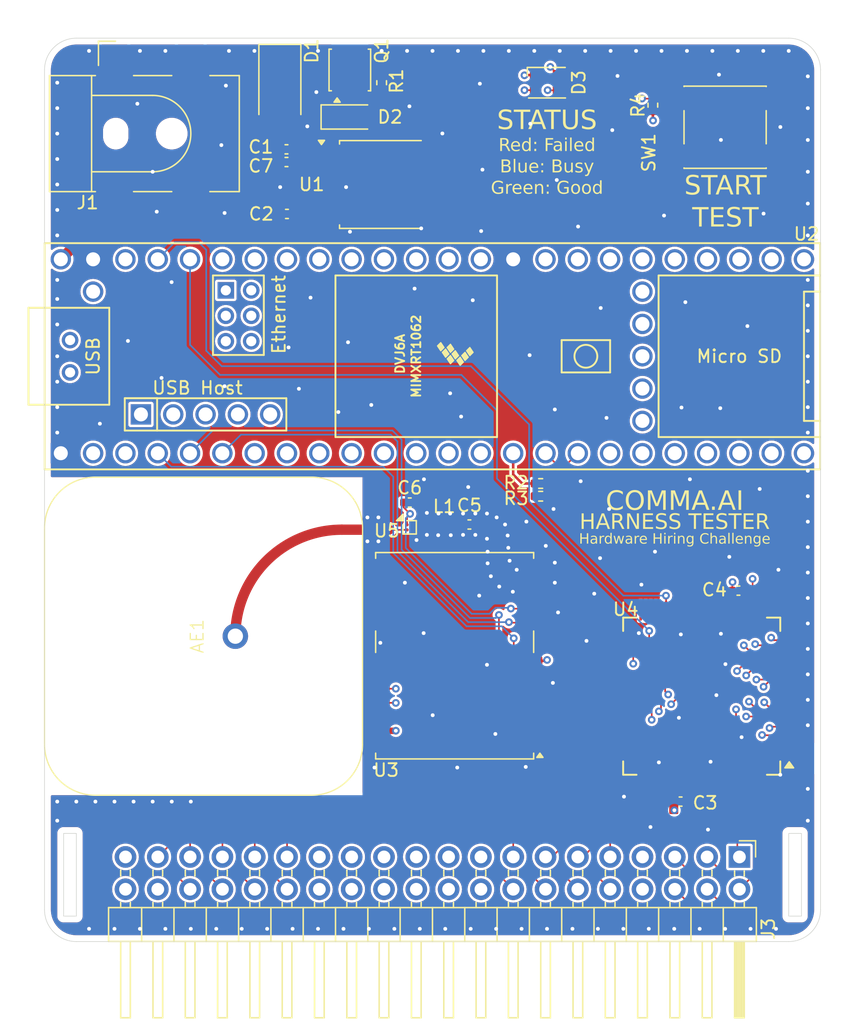
<source format=kicad_pcb>
(kicad_pcb (version 20240108) (generator "pcbnew") (generator_version "8.0")
  (title_block (title "Hardware Hiring Challenge") (date "2024-05-23") (rev "A"))
  (layers (0 "F.Cu" signal) (1 "In1.Cu" signal) (2 "In2.Cu" signal) (31 "B.Cu" signal) (34 "B.Paste" user) (35 "F.Paste" user) (36 "B.SilkS" user "B.Silkscreen") (37 "F.SilkS" user "F.Silkscreen") (38 "B.Mask" user) (39 "F.Mask" user) (44 "Edge.Cuts" user))
  (net 0 "")
  (net 1 "Net-(AE1-A)")
  (net 2 "GND")
  (net 3 "+12V")
  (net 4 "+5V")
  (net 5 "+3.3V")
  (net 6 "Net-(U3-RF_IN)")
  (net 7 "Net-(C5-Pad2)")
  (net 8 "Net-(U3-VCC_RF)")
  (net 9 "Net-(D1-A1)")
  (net 10 "Net-(D2-A)")
  (net 11 "LED_R")
  (net 12 "LED_G")
  (net 13 "LED_B")
  (net 14 "CBL_36")
  (net 15 "CBL_22")
  (net 16 "CBL_9")
  (net 17 "CBL_10")
  (net 18 "CBL_24")
  (net 19 "CBL_13")
  (net 20 "CBL_20")
  (net 21 "CBL_35")
  (net 22 "CBL_4")
  (net 23 "CBL_32")
  (net 24 "CBL_38")
  (net 25 "CBL_28")
  (net 26 "CBL_0")
  (net 27 "CBL_39")
  (net 28 "CBL_5")
  (net 29 "CBL_7")
  (net 30 "CBL_17")
  (net 31 "CBL_21")
  (net 32 "CBL_34")
  (net 33 "CBL_15")
  (net 34 "CBL_8")
  (net 35 "CBL_29")
  (net 36 "CBL_31")
  (net 37 "CBL_37")
  (net 38 "CBL_25")
  (net 39 "CBL_27")
  (net 40 "CBL_18")
  (net 41 "CBL_19")
  (net 42 "CBL_14")
  (net 43 "CBL_16")
  (net 44 "CBL_3")
  (net 45 "CBL_33")
  (net 46 "CBL_23")
  (net 47 "CBL_30")
  (net 48 "CBL_1")
  (net 49 "CBL_12")
  (net 50 "CBL_2")
  (net 51 "CBL_26")
  (net 52 "CBL_6")
  (net 53 "CBL_11")
  (net 54 "Net-(L1-Pad2)")
  (net 55 "CY_SCL")
  (net 56 "CY_SDA")
  (net 57 "BTN_TEST")
  (net 60 "UBX-TIMEPULSE")
  (net 64 "UBX-RXD")
  (net 69 "UBX-RST_N")
  (net 74 "UBX-TXD")
  (net 107 "UBX-SAFEBOOT")
  (net 135 "CY_RST_N")
  (net 140 "CY_INT")
  (footprint "Capacitor_SMD:C_0402_1005Metric" (layer "F.Cu") (at 138.557 43.815 180)
    (property "Reference" "C2")
    (property "Value" "100n")
  )
  (footprint "Capacitor_SMD:C_0402_1005Metric" (layer "F.Cu") (at 148.209 66.4972)
    (property "Reference" "C6")
    (property "Value" "1n")
  )
  (footprint "LED_SMD:LED_ASMB-KTF0-0A306" (layer "F.Cu") (at 159 33.5)
    (property "Reference" "D3")
    (property "Value" "ASMB-KTF0-0A306")
  )
  (footprint "Capacitor_SMD:C_0402_1005Metric" (layer "F.Cu") (at 138.52 39.735 180)
    (property "Reference" "C7")
    (property "Value" "10u")
  )
  (footprint "Diode_SMD:D_SMA" (layer "F.Cu") (at 138 34 -90)
    (property "Reference" "D1")
    (property "Value" "SMAJ16A")
  )
  (footprint "Package_SO:Vishay_PowerPAK_1212-8_Single" (layer "F.Cu") (at 143.5 32.5 90)
    (property "Reference" "Q1")
    (property "Value" "SiSS27DN")
  )
  (footprint "Capacitor_SMD:C_0402_1005Metric" (layer "F.Cu") (at 152.8984 68.222 180)
    (property "Reference" "C5")
    (property "Value" "100n")
  )
  (footprint "Button_Switch_SMD:SW_SPST_PTS645" (layer "F.Cu") (at 173 37 180)
    (property "Reference" "SW1")
    (property "Value" "TEST BUTTON")
  )
  (footprint "gnss:ANT-GNSSCP-TH25L1" (layer "F.Cu") (at 132 77 90)
    (property "Reference" "AE1")
    (property "Value" "ANT-GNSSCP-TH25L1")
  )
  (footprint "Connector_PinHeader_2.54mm:PinHeader_2x20_P2.54mm_Horizontal" (layer "F.Cu") (at 174.125 94.35 -90)
    (property "Reference" "J3")
    (property "Value" "Cable header")
  )
  (footprint "Resistor_SMD:R_0402_1005Metric" (layer "F.Cu") (at 158.5 65)
    (property "Reference" "R2")
    (property "Value" "4k7")
  )
  (footprint "Package_BGA:WLP-4_0.83x0.83mm_P0.4mm" (layer "F.Cu") (at 148.1984 68.444454)
    (property "Reference" "U5")
    (property "Value" "MAX2679")
  )
  (footprint "Package_TO_SOT_SMD:TO-252-2" (layer "F.Cu") (at 146 41.5)
    (property "Reference" "U1")
    (property "Value" "L7805")
  )
  (footprint "Resistor_SMD:R_0402_1005Metric" (layer "F.Cu") (at 158.5 66)
    (property "Reference" "R3")
    (property "Value" "4k7")
  )
  (footprint "teensy:Teensy41" (layer "F.Cu") (at 149.99 55)
    (property "Reference" "U2")
    (property "Value" "Teensy4.1")
  )
  (footprint "Resistor_SMD:R_0402_1005Metric" (layer "F.Cu") (at 167.320101 35.26484 90)
    (property "Reference" "R4")
    (property "Value" "10k")
  )
  (footprint "Diode_SMD:Nexperia_CFP3_SOD-123W" (layer "F.Cu") (at 143.5 36.195)
    (property "Reference" "D2")
    (property "Value" "PMEG10020ELR")
  )
  (footprint "Package_QFP:TQFP-100_12x12mm_P0.4mm" (layer "F.Cu") (at 171.15983 81.714966 180)
    (property "Reference" "U4")
    (property "Value" "CY8C9560A-24AXIT")
  )
  (footprint "Inductor_SMD:L_0402_1005Metric" (layer "F.Cu") (at 150.8984 68.222 180)
    (property "Reference" "L1")
    (property "Value" "12n")
  )
  (footprint "Capacitor_SMD:C_0402_1005Metric" (layer "F.Cu") (at 169.5 90)
    (property "Reference" "C3")
    (property "Value" "100n")
  )
  (footprint "Capacitor_SMD:C_0402_1005Metric" (layer "F.Cu") (at 138.52 38.735 180)
    (property "Reference" "C1")
    (property "Value" "1u")
  )
  (footprint "RF_GPS:ublox_NEO" (layer "F.Cu") (at 151.7396 78.5368 180)
    (property "Reference" "U3")
    (property "Value" "NEO-M8N")
  )
  (footprint "Connector_BarrelJack:BarrelJack_CLIFF_FC681465S_SMT_Horizontal" (layer "F.Cu") (at 128 37.5)
    (property "Reference" "J1")
    (property "Value" "12V INPUT")
  )
  (footprint "Resistor_SMD:R_0402_1005Metric" (layer "F.Cu") (at 146 33.5 90)
    (property "Reference" "R1")
    (property "Value" "1k")
  )
  (footprint "Capacitor_SMD:C_0402_1005Metric" (layer "F.Cu") (at 174.046456 73.42018)
    (property "Reference" "C4")
    (property "Value" "100n")
  )
  (gr_arc (start 122 101) (mid 120.232233 100.267767) (end 119.5 98.5) (stroke (width 0.05)) (layer "Edge.Cuts"))
  (gr_rect (start 121 92.5) (end 122 99) (stroke (width 0.05)) (fill none) (layer "Edge.Cuts"))
  (gr_rect (start 178 92.5) (end 179 99) (stroke (width 0.05)) (fill none) (layer "Edge.Cuts"))
  (gr_line (start 122 30) (end 178 30) (stroke (width 0.05)) (layer "Edge.Cuts"))
  (gr_line (start 178 101) (end 122 101) (stroke (width 0.05)) (layer "Edge.Cuts"))
  (gr_arc (start 178 30) (mid 179.767767 30.732233) (end 180.5 32.5) (stroke (width 0.05)) (layer "Edge.Cuts"))
  (gr_line (start 180.5 32.5) (end 180.5 98.5) (stroke (width 0.05)) (layer "Edge.Cuts"))
  (gr_arc (start 119.5 32.5) (mid 120.232233 30.732233) (end 122 30) (stroke (width 0.05)) (layer "Edge.Cuts"))
  (gr_arc (start 180.5 98.5) (mid 179.767767 100.267767) (end 178 101) (stroke (width 0.05)) (layer "Edge.Cuts"))
  (gr_line (start 119.5 98.5) (end 119.5 32.5) (stroke (width 0.05)) (layer "Edge.Cuts"))
  (gr_text "Red: Failed\nBlue: Busy\nGreen: Good" (at 159 42.4 0) (layer "F.SilkS") (effects (font (size 1 1)) (justify bottom)))
  (gr_text "STATUS" (at 159 37.4 0) (layer "F.SilkS") (effects (font (size 1.5 1.5)) (justify bottom)))
  (gr_text "START\nTEST" (at 173.0248 45.0596 0) (layer "F.SilkS") (effects (font (size 1.5 1.5)) (justify bottom)))
  (gr_text "HARNESS TESTER" (at 169.037 68.072 0) (layer "F.SilkS") (effects (font (size 1.2 1.2))))
  (gr_text "Hardware Hiring Challenge" (at 169.037 69.3928 0) (layer "F.SilkS") (effects (font (size 0.8 0.8))))
  (gr_text "COMMA.AI" (at 169.037 66.4464 0) (layer "F.SilkS") (effects (font (size 1.5 1.5))))
  (segment (start 147.9984 68.644454) (end 146.571654 68.644454) (width 0.127) (layer "F.Cu") (net 1))
  (segment (start 142.8692 68.6308) (end 146.558 68.6308) (width 0.8128) (layer "F.Cu") (net 1))
  (arc (start 146.571654 68.644454) (mid 146.561999 68.640455) (end 146.558 68.6308) (width 0.127) (layer "F.Cu") (net 1))
  (arc (start 134.5 77) (mid 136.951282 71.082082) (end 142.8692 68.6308) (width 0.8128) (layer "F.Cu") (net 1))
  (via (at 157.6324 54.9148) (size 0.6) (drill 0.3) (layers "F.Cu" "B.Cu") (net 2))
  (via (at 169.5196 76.8604) (size 0.6) (drill 0.3) (layers "F.Cu" "B.Cu") (net 2))
  (via (at 173 100) (size 0.6) (drill 0.3) (layers "F.Cu" "B.Cu") (net 2))
  (via (at 126.7968 35.1536) (size 0.6) (drill 0.3) (layers "F.Cu" "B.Cu") (net 2))
  (via (at 169.3672 83.4136) (size 0.6) (drill 0.3) (layers "F.Cu" "B.Cu") (net 2))
  (via (at 179.5 55) (size 0.6) (drill 0.3) (layers "F.Cu" "B.Cu") (net 2))
  (via (at 172.6184 59.0804) (size 0.6) (drill 0.3) (layers "F.Cu" "B.Cu") (net 2))
  (via (at 154.5844 72.2884) (size 0.6) (drill 0.3) (layers "F.Cu" "B.Cu") (net 2))
  (via (at 143 100) (size 0.6) (drill 0.3) (layers "F.Cu" "B.Cu") (net 2))
  (via (at 128.698593 56.701584) (size 0.6) (drill 0.3) (layers "F.Cu" "B.Cu") (net 2))
  (via (at 152.2476 59.7408) (size 0.6) (drill 0.3) (layers "F.Cu" "B.Cu") (net 2))
  (via (at 179.5 43) (size 0.6) (drill 0.3) (layers "F.Cu" "B.Cu") (net 2))
  (via (at 159.6136 71.2216) (size 0.6) (drill 0.3) (layers "F.Cu" "B.Cu") (net 2))
  (via (at 163.2204 51.2064) (size 0.6) (drill 0.3) (layers "F.Cu" "B.Cu") (net 2))
  (via (at 165 100) (size 0.6) (drill 0.3) (layers "F.Cu" "B.Cu") (net 2))
  (via (at 144.8816 69.5452) (size 0.6) (drill 0.3) (layers "F.Cu" "B.Cu") (net 2))
  (via (at 138.684 54.3052) (size 0.6) (drill 0.3) (layers "F.Cu" "B.Cu") (net 2))
  (via (at 123 100) (size 0.6) (drill 0.3) (layers "F.Cu" "B.Cu") (net 2))
  (via (at 143.2052 41.7068) (size 0.6) (drill 0.3) (layers "F.Cu" "B.Cu") (net 2))
  (via (at 154.94 84.6836) (size 0.6) (drill 0.3) (layers "F.Cu" "B.Cu") (net 2))
  (via (at 149 100) (size 0.6) (drill 0.3) (layers "F.Cu" "B.Cu") (net 2))
  (via (at 133.6548 43.7388) (size 0.6) (drill 0.3) (layers "F.Cu" "B.Cu") (net 2))
  (via (at 120.5 52.5) (size 0.6) (drill 0.3) (layers "F.Cu" "B.Cu") (net 2))
  (via (at 177.33483 87.889966) (size 0.6) (drill 0.3) (layers "F.Cu" "B.Cu") (net 2))
  (via (at 129 100) (size 0.6) (drill 0.3) (layers "F.Cu" "B.Cu") (net 2))
  (via (at 177.3428 36.9824) (size 0.6) (drill 0.3) (layers "F.Cu" "B.Cu") (net 2))
  (via (at 179.5 72) (size 0.6) (drill 0.3) (layers "F.Cu" "B.Cu") (net 2))
  (via (at 171 100) (size 0.6) (drill 0.3) (layers "F.Cu" "B.Cu") (net 2))
  (via (at 143.3576 53.8988) (size 0.6) (drill 0.3) (layers "F.Cu" "B.Cu") (net 2))
  (via (at 173.3296 70.7644) (size 0.6) (drill 0.3) (layers "F.Cu" "B.Cu") (net 2))
  (via (at 143.51 45.212) (size 0.6) (drill 0.3) (layers "F.Cu" "B.Cu") (net 2))
  (via (at 151.384 57.912) (size 0.6) (drill 0.3) (layers "F.Cu" "B.Cu") (net 2))
  (via (at 163 100) (size 0.6) (drill 0.3) (layers "F.Cu" "B.Cu") (net 2))
  (via (at 168.1988 43.942) (size 0.6) (drill 0.3) (layers "F.Cu" "B.Cu") (net 2))
  (via (at 137 100) (size 0.6) (drill 0.3) (layers "F.Cu" "B.Cu") (net 2))
  (via (at 123.8504 60.2996) (size 0.6) (drill 0.3) (layers "F.Cu" "B.Cu") (net 2))
  (via (at 133 100) (size 0.6) (drill 0.3) (layers "F.Cu" "B.Cu") (net 2))
  (via (at 153.8224 45.1612) (size 0.6) (drill 0.3) (layers "F.Cu" "B.Cu") (net 2))
  (via (at 173.0248 79.1972) (size 0.6) (drill 0.3) (layers "F.Cu" "B.Cu") (net 2))
  (via (at 148 31) (size 0.6) (drill 0.3) (layers "F.Cu" "B.Cu") (net 2))
  (via (at 157.3276 87.2744) (size 0.6) (drill 0.3) (layers "F.Cu" "B.Cu") (net 2))
  (via (at 140.1572 36.9316) (size 0.6) (drill 0.3) (layers "F.Cu" "B.Cu") (net 2))
  (via (at 167.7924 86.9188) (size 0.6) (drill 0.3) (layers "F.Cu" "B.Cu") (net 2))
  (via (at 123 31) (size 0.6) (drill 0.3) (layers "F.Cu" "B.Cu") (net 2))
  (via (at 179.5 70) (size 0.6) (drill 0.3) (layers "F.Cu" "B.Cu") (net 2))
  (via (at 179.5 49) (size 0.6) (drill 0.3) (layers "F.Cu" "B.Cu") (net 2))
  (via (at 129.5 90) (size 0.6) (drill 0.3) (layers "F.Cu" "B.Cu") (net 2))
  (via (at 159.8676 75.1332) (size 0.6) (drill 0.3) (layers "F.Cu" "B.Cu") (net 2))
  (via (at 135 100) (size 0.6) (drill 0.3) (layers "F.Cu" "B.Cu") (net 2))
  (via (at 179.5 53) (size 0.6) (drill 0.3) (layers "F.Cu" "B.Cu") (net 2))
  (via (at 177 100) (size 0.6) (drill 0.3) (layers "F.Cu" "B.Cu") (net 2))
  (via (at 153 100) (size 0.6) (drill 0.3) (layers "F.Cu" "B.Cu") (net 2))
  (via (at 174 31) (size 0.6) (drill 0.3) (layers "F.Cu" "B.Cu") (net 2))
  (via (at 150.4696 67.3608) (size 0.6) (drill 0.3) (layers "F.Cu" "B.Cu") (net 2))
  (via (at 149.5552 69.0372) (size 0.6) (drill 0.3) (layers "F.Cu" "B.Cu") (net 2))
  (via (at 170 31) (size 0.6) (drill 0.3) (layers "F.Cu" "B.Cu") (net 2))
  (via (at 128.3208 43.6372) (size 0.6) (drill 0.3) (layers "F.Cu" "B.Cu") (net 2))
  (via (at 120.5 55) (size 0.6) (drill 0.3) (layers "F.Cu" "B.Cu") (net 2))
  (via (at 148.1836 35.3568) (size 0.6) (drill 0.3) (layers "F.Cu" "B.Cu") (net 2))
  (via (at 120.5 37.5) (size 0.6) (drill 0.3) (layers "F.Cu" "B.Cu") (net 2))
  (via (at 151.4348 69.0626) (size 0.6) (drill 0.3) (layers "F.Cu" "B.Cu") (net 2))
  (via (at 172.5168 32.8676) (size 0.6) (drill 0.3) (layers "F.Cu" "B.Cu") (net 2))
  (via (at 159.6136 59.182) (size 0.6) (drill 0.3) (layers "F.Cu" "B.Cu") (net 2))
  (via (at 160 31) (size 0.6) (drill 0.3) (layers "F.Cu" "B.Cu") (net 2))
  (via (at 161.4424 44.8056) (size 0.6) (drill 0.3) (layers "F.Cu" "B.Cu") (net 2))
  (via (at 120.5 59) (size 0.6) (drill 0.3) (layers "F.Cu" "B.Cu") (net 2))
  (via (at 159.4612 80.6704) (size 0.6) (drill 0.3) (layers "F.Cu" "B.Cu") (net 2))
  (via (at 128 40.5) (size 0.6) (drill 0.3) (layers "F.Cu" "B.Cu") (net 2))
  (via (at 171.6532 92.202) (size 0.6) (drill 0.3) (layers "F.Cu" "B.Cu") (net 2))
  (via (at 134 31) (size 0.6) (drill 0.3) (layers "F.Cu" "B.Cu") (net 2))
  (via (at 126.5 90) (size 0.6) (drill 0.3) (layers "F.Cu" "B.Cu") (net 2))
  (via (at 154.2796 69.342) (size 0.6) (drill 0.3) (layers "F.Cu" "B.Cu") (net 2))
  (via (at 179.5 45.5) (size 0.6) (drill 0.3) (layers "F.Cu" "B.Cu") (net 2))
  (via (at 148.59 49.6824) (size 0.6) (drill 0.3) (layers "F.Cu" "B.Cu") (net 2))
  (via (at 131 100) (size 0.6) (drill 0.3) (layers "F.Cu" "B.Cu") (net 2))
  (via (at 162 31) (size 0.6) (drill 0.3) (layers "F.Cu" "B.Cu") (net 2))
  (via (at 166.4208 72.9488) (size 0.6) (drill 0.3) (layers "F.Cu" "B.Cu") (net 2))
  (via (at 167.4876 70.358) (size 0.6) (drill 0.3) (layers "F.Cu" "B.Cu") (net 2))
  (via (at 166.2176 76.7588) (size 0.6) (drill 0.3) (layers "F.Cu" "B.Cu") (net 2))
  (via (at 161.6456 64.8208) (size 0.6) (drill 0.3) (layers "F.Cu" "B.Cu") (net 2))
  (via (at 127 100) (size 0.6) (drill 0.3) (layers "F.Cu" "B.Cu") (net 2))
  (via (at 156 31) (size 0.6) (drill 0.3) (layers "F.Cu" "B.Cu") (net 2))
  (via (at 163.1696 70.866) (size 0.6) (drill 0.3) (layers "F.Cu" "B.Cu") (net 2))
  (via (at 123.5 90) (size 0.6) (drill 0.3) (layers "F.Cu" "B.Cu") (net 2))
  (via (at 155.9052 69.088) (size 0.6) (drill 0.3) (layers "F.Cu" "B.Cu") (net 2))
  (via (at 159.766 41.148) (size 0.6) (drill 0.3) (layers "F.Cu" "B.Cu") (net 2))
  (via (at 151.9428 87.3252) (size 0.6) (drill 0.3) (layers "F.Cu" "B.Cu") (net 2))
  (via (at 158 31) (size 0.6) (drill 0.3) (layers "F.Cu" "B.Cu") (net 2))
  (via (at 166 31) (size 0.6) (drill 0.3) (layers "F.Cu" "B.Cu") (net 2))
  (via (at 153.67 73.8124) (size 0.6) (drill 0.3) (layers "F.Cu" "B.Cu") (net 2))
  (via (at 133.7564 33.7312) (size 0.6) (drill 0.3) (layers "F.Cu" "B.Cu") (net 2))
  (via (at 165.0492 89.6112) (size 0.6) (drill 0.3) (layers "F.Cu" "B.Cu") (net 2))
  (via (at 167 100) (size 0.6) (drill 0.3) (layers "F.Cu" "B.Cu") (net 2))
  (via (at 176 31) (size 0.6) (drill 0.3) (layers "F.Cu" "B.Cu") (net 2))
  (via (at 120.5 43.5) (size 0.6) (drill 0.3) (layers "F.Cu" "B.Cu") (net 2))
  (via (at 155 100) (size 0.6) (drill 0.3) (layers "F.Cu" "B.Cu") (net 2))
  (via (at 142.5956 59.3852) (size 0.6) (drill 0.3) (layers "F.Cu" "B.Cu") (net 2))
  (via (at 179.5 33) (size 0.6) (drill 0.3) (layers "F.Cu" "B.Cu") (net 2))
  (via (at 156.6164 71.7804) (size 0.6) (drill 0.3) (layers "F.Cu" "B.Cu") (net 2))
  (via (at 128 90) (size 0.6) (drill 0.3) (layers "F.Cu" "B.Cu") (net 2))
  (via (at 140.4112 50.3936) (size 0.6) (drill 0.3) (layers "F.Cu" "B.Cu") (net 2))
  (via (at 145.8976 77.5208) (size 0.6) (drill 0.3) (layers "F.Cu" "B.Cu") (net 2))
  (via (at 161 100) (size 0.6) (drill 0.3) (layers "F.Cu" "B.Cu") (net 2))
  (via (at 179.5 35.5) (size 0.6) (drill 0.3) (layers "F.Cu" "B.Cu") (net 2))
  (via (at 139 100) (size 0.6) (drill 0.3) (layers "F.Cu" "B.Cu") (net 2))
  (via (at 152.8064 65.278) (size 0.6) (drill 0.3) (layers "F.Cu" "B.Cu") (net 2))
  (via (at 149.11 44.95) (size 0.6) (drill 0.3) (layers "F.Cu" "B.Cu") (net 2))
  (via (at 172.6692 76.8096) (size 0.6) (drill 0.3) (layers "F.Cu" "B.Cu") (net 2))
  (via (at 174.2948 84.9376) (size 0.6) (drill 0.3) (layers "F.Cu" "B.Cu") (net 2))
  (via (at 120.5 41.5) (size 0.6) (drill 0.3) (layers "F.Cu" "B.Cu") (net 2))
  (via (at 179.5 76) (size 0.6) (drill 0.3) (layers "F.Cu" "B.Cu") (net 2))
  (via (at 172 31) (size 0.6) (drill 0.3) (layers "F.Cu" "B.Cu") (net 2))
  (via (at 145.7452 69.5452) (size 0.6) (drill 0.3) (layers "F.Cu" "B.Cu") (net 2))
  (via (at 150 31) (size 0.6) (drill 0.3) (layers "F.Cu" "B.Cu") (net 2))
  (via (at 179.5 84) (size 0.6) (drill 0.3) (layers "F.Cu" "B.Cu") (net 2))
  (via (at 120.5 90) (size 0.6) (drill 0.3) (layers "F.Cu" "B.Cu") (net 2))
  (via (at 150.4442 69.0626) (size 0.6) (drill 0.3) (layers "F.Cu" "B.Cu") (net 2))
  (via (at 172.3136 81.6356) (size 0.6) (drill 0.3) (layers "F.Cu" "B.Cu") (net 2))
  (via (at 154.2796 79.248) (size 0.6) (drill 0.3) (layers "F.Cu" "B.Cu") (net 2))
  (via (at 125 100) (size 0.6) (drill 0.3) (layers "F.Cu" "B.Cu") (net 2))
  (via (at 129.4892 49.1744) (size 0.6) (drill 0.3) (layers "F.Cu" "B.Cu") (net 2))
  (via (at 120.5 50.5) (size 0.6) (drill 0.3) (layers "F.Cu" "B.Cu") (net 2))
  (via (at 170.2308 64.6684) (size 0.6) (drill 0.3) (layers "F.Cu" "B.Cu") (net 2))
  (via (at 120.5 91.5) (size 0.6) (drill 0.3) (layers "F.Cu" "B.Cu") (net 2))
  (via (at 136 31) (size 0.6) (drill 0.3) (layers "F.Cu" "B.Cu") (net 2))
  (via (at 147 100) (size 0.6) (drill 0.3) (layers "F.Cu" "B.Cu") (net 2))
  (via (at 126.056957 53.795784) (size 0.6) (drill 0.3) (layers "F.Cu" "B.Cu") (net 2))
  (via (at 152 31) (size 0.6) (drill 0.3) (layers "F.Cu" "B.Cu") (net 2))
  (via (at 179.5 82) (size 0.6) (drill 0.3) (layers "F.Cu" "B.Cu") (net 2))
  (via (at 157.3784 67.9958) (size 0.6) (drill 0.3) (layers "F.Cu" "B.Cu") (net 2))
  (via (at 120.5 45.5) (size 0.6) (drill 0.3) (layers "F.Cu" "B.Cu") (net 2))
  (via (at 156.3116 73.5076) (size 0.6) (drill 0.3) (layers "F.Cu" "B.Cu") (net 2))
  (via (at 146 31) (size 0.6) (drill 0.3) (layers "F.Cu" "B.Cu") (net 2))
  (via (at 179.5 57) (size 0.6) (drill 0.3) (layers "F.Cu" "B.Cu") (net 2))
  (via (at 154.3304 70.358) (size 0.6) (drill 0.3) (layers "F.Cu" "B.Cu") (net 2))
  (via (at 178 31) (size 0.6) (drill 0.3) (layers "F.Cu" "B.Cu") (net 2))
  (via (at 150.7744 37.4904) (size 0.6) (drill 0.3) (layers "F.Cu" "B.Cu") (net 2))
  (via (at 138.0236 41.7068) (size 0.6) (drill 0.3) (layers "F.Cu" "B.Cu") (net 2))
  (via (at 129 31) (size 0.6) (drill 0.3) (layers "F.Cu" "B.Cu") (net 2))
  (via (at 154 31) (size 0.6) (drill 0.3) (layers "F.Cu" "B.Cu") (net 2))
  (via (at 157 100) (size 0.6) (drill 0.3) (layers "F.Cu" "B.Cu") (net 2))
  (via (at 133.4008 38.4048) (size 0.6) (drill 0.3) (layers "F.Cu" "B.Cu") (net 2))
  (via (at 175 100) (size 0.6) (drill 0.3) (layers "F.Cu" "B.Cu") (net 2))
  (via (at 149.3012 76.7588) (size 0.6) (drill 0.3) (layers "F.Cu" "B.Cu") (net 2))
  (via (at 153.3652 69.0372) (size 0.6) (drill 0.3) (layers "F.Cu" "B.Cu") (net 2))
  (via (at 159.512 67.0052) (size 0.6) (drill 0.3) (layers "F.Cu" "B.Cu") (net 2))
  (via (at 131 90) (size 0.6) (drill 0.3) (layers "F.Cu" "B.Cu") (net 2))
  (via (at 159.6136 72.7964) (size 0.6) (drill 0.3) (layers "F.Cu" "B.Cu") (net 2))
  (via (at 155.956 70.0532) (size 0.6) (drill 0.3) (layers "F.Cu" "B.Cu") (net 2))
  (via (at 133.6548 57.3532) (size 0.6) (drill 0.3) (layers "F.Cu" "B.Cu") (net 2))
  (via (at 169.8752 50.7492) (size 0.6) (drill 0.3) (layers "F.Cu" "B.Cu") (net 2))
  (via (at 177.1904 71.7804) (size 0.6) (drill 0.3) (layers "F.Cu" "B.Cu") (net 2))
  (via (at 179.5 40.5) (size 0.6) (drill 0.3) (layers "F.Cu" "B.Cu") (net 2))
  (via (at 156.0576 71.0692) (size 0.6) (drill 0.3) (layers "F.Cu" "B.Cu") (net 2))
  (via (at 164.129539 37.227287) (size 0.6) (drill 0.3) (layers "F.Cu" "B.Cu") (net 2))
  (via (at 120.5 61) (size 0.6) (drill 0.3) (layers "F.Cu" "B.Cu") (net 2))
  (via (at 179.5 80) (size 0.6) (drill 0.3) (layers "F.Cu" "B.Cu") (net 2))
  (via (at 147.828 72.7964) (size 0.6) (drill 0.3) (layers "F.Cu" "B.Cu") (net 2))
  (via (at 174.752 52.6288) (size 0.6) (drill 0.3) (layers "F.Cu" "B.Cu") (net 2))
  (via (at 141 31) (size 0.6) (drill 0.3) (layers "F.Cu" "B.Cu") (net 2))
  (via (at 125 90) (size 0.6) (drill 0.3) (layers "F.Cu" "B.Cu") (net 2))
  (via (at 148.7424 69.4436) (size 0.6) (drill 0.3) (layers "F.Cu" "B.Cu") (net 2))
  (via (at 151.384 67.3608) (size 0.6) (drill 0.3) (layers "F.Cu" "B.Cu") (net 2))
  (via (at 144.8816 67.6656) (size 0.6) (drill 0.3) (layers "F.Cu" "B.Cu") (net 2))
  (via (at 120.5 49) (size 0.6) (drill 0.3) (layers "F.Cu" "B.Cu") (net 2))
  (via (at 168 31) (size 0.6) (drill 0.3) (layers "F.Cu" "B.Cu") (net 2))
  (via (at 149.3266 64.6684) (size 0.6) (drill 0.3) (layers "F.Cu" "B.Cu") (net 2))
  (via (at 140.8684 34.2392) (size 0.6) (drill 0.3) (layers "F.Cu" "B.Cu") (net 2))
  (via (at 179.5 38) (size 0.6) (drill 0.3) (layers "F.Cu" "B.Cu") (net 2))
  (via (at 153.162 50.5968) (size 0.6) (drill 0.3) (layers "F.Cu" "B.Cu") (net 2))
  (via (at 153.3652 67.3608) (size 0.6) (drill 0.3) (layers "F.Cu" "B.Cu") (net 2))
  (via (at 175.7172 65.4304) (size 0.6) (drill 0.3) (layers "F.Cu" "B.Cu") (net 2))
  (via (at 149.5552 67.31) (size 0.6) (drill 0.3) (layers "F.Cu" "B.Cu") (net 2))
  (via (at 120.5 33.5) (size 0.6) (drill 0.3) (layers "F.Cu" "B.Cu") (net 2))
  (via (at 155.2448 73.1012) (size 0.6) (drill 0.3) (layers "F.Cu" "B.Cu") (net 2))
  (via (at 179.5 74) (size 0.6) (drill 0.3) (layers "F.Cu" "B.Cu") (net 2))
  (via (at 150.0124 83.2104) (size 0.6) (drill 0.3) (layers "F.Cu" "B.Cu") (net 2))
  (via (at 179.5 89) (size 0.6) (drill 0.3) (layers "F.Cu" "B.Cu") (net 2))
  (via (at 162.7124 73.66) (size 0.6) (drill 0.3) (layers "F.Cu" "B.Cu") (net 2))
  (via (at 179.5 66) (size 0.6) (drill 0.3) (layers "F.Cu" "B.Cu") (net 2))
  (via (at 179.5 64) (size 0.6) (drill 0.3) (layers "F.Cu" "B.Cu") (net 2))
  (via (at 145 100) (size 0.6) (drill 0.3) (layers "F.Cu" "B.Cu") (net 2))
  (via (at 145.7452 67.6656) (size 0.6) (drill 0.3) (layers "F.Cu" "B.Cu") (net 2))
  (via (at 167.132 91.9988) (size 0.6) (drill 0.3) (layers "F.Cu" "B.Cu") (net 2))
  (via (at 152.4 69.0372) (size 0.6) (drill 0.3) (layers "F.Cu" "B.Cu") (net 2))
  (via (at 120.5 39.5) (size 0.6) (drill 0.3) (layers "F.Cu" "B.Cu") (net 2))
  (via (at 122 90) (size 0.6) (drill 0.3) (layers "F.Cu" "B.Cu") (net 2))
  (via (at 179.5 68) (size 0.6) (drill 0.3) (layers "F.Cu" "B.Cu") (net 2))
  (via (at 176.022 43.7896) (size 0.6) (drill 0.3) (layers "F.Cu" "B.Cu") (net 2))
  (via (at 120.5 57) (size 0.6) (drill 0.3) (layers "F.Cu" "B.Cu") (net 2))
  (via (at 179.5 61) (size 0.6) (drill 0.3) (layers "F.Cu" "B.Cu") (net 2))
  (via (at 154.2796 67.3608) (size 0.6) (drill 0.3) (layers "F.Cu" "B.Cu") (net 2))
  (via (at 155.702 68.2244) (size 0.6) (drill 0.3) (layers "F.Cu" "B.Cu") (net 2))
  (via (at 179.5 78) (size 0.6) (drill 0.3) (layers "F.Cu" "B.Cu") (net 2))
  (via (at 164.5412 32.9692) (size 0.6) (drill 0.3) (layers "F.Cu" "B.Cu") (net 2))
  (via (at 127 31) (size 0.6) (drill 0.3) (layers "F.Cu" "B.Cu") (net 2))
  (via (at 179.5 91.5) (size 0.6) (drill 0.3) (layers "F.Cu" "B.Cu") (net 2))
  (via (at 179.5 59) (size 0.6) (drill 0.3) (layers "F.Cu" "B.Cu") (net 2))
  (via (at 141 100) (size 0.6) (drill 0.3) (layers "F.Cu" "B.Cu") (net 2))
  (via (at 151 100) (size 0.6) (drill 0.3) (layers "F.Cu" "B.Cu") (net 2))
  (via (at 157.6832 36.7284) (size 0.6) (drill 0.3) (layers "F.Cu" "B.Cu") (net 2))
  (via (at 153.924 40.3352) (size 0.6) (drill 0.3) (layers "F.Cu" "B.Cu") (net 2))
  (via (at 169.5704 59.0296) (size 0.6) (drill 0.3) (layers "F.Cu" "B.Cu") (net 2))
  (via (at 163.6776 59.8424) (size 0.6) (drill 0.3) (layers "F.Cu" "B.Cu") (net 2))
  (via (at 153.7208 33.5788) (size 0.6) (drill 0.3) (layers "F.Cu" "B.Cu") (net 2))
  (via (at 145.1864 58.8264) (size 0.6) (drill 0.3) (layers "F.Cu" "B.Cu") (net 2))
  (via (at 158.9024 69.9008) (size 0.6) (drill 0.3) (layers "F.Cu" "B.Cu") (net 2))
  (via (at 163.8808 67.0052) (size 0.6) (drill 0.3) (layers "F.Cu" "B.Cu") (net 2))
  (via (at 169 100) (size 0.6) (drill 0.3) (layers "F.Cu" "B.Cu") (net 2))
  (via (at 145.4404 87.3252) (size 0.6) (drill 0.3) (layers "F.Cu" "B.Cu") (net 2))
  (via (at 164 31) (size 0.6) (drill 0.3) (layers "F.Cu" "B.Cu") (net 2))
  (via (at 172.6692 37.9984) (size 0.6) (drill 0.3) (layers "F.Cu" "B.Cu") (net 2))
  (via (at 162.1028 77.3684) (size 0.6) (drill 0.3) (layers "F.Cu" "B.Cu") (net 2))
  (via (at 179.5 51) (size 0.6) (drill 0.3) (layers "F.Cu" "B.Cu") (net 2))
  (via (at 139.4968 57.5564) (size 0.6) (drill 0.3) (layers "F.Cu" "B.Cu") (net 2))
  (via (at 152.4 67.3608) (size 0.6) (drill 0.3) (layers "F.Cu" "B.Cu") (net 2))
  (via (at 159 100) (size 0.6) (drill 0.3) (layers "F.Cu" "B.Cu") (net 2))
  (via (at 155.0416 67.6656) (size 0.6) (drill 0.3) (layers "F.Cu" "B.Cu") (net 2))
  (via (at 171.8564 86.868) (size 0.6) (drill 0.3) (layers "F.Cu" "B.Cu") (net 2))
  (via (at 120.5 35.5) (size 0.6) (drill 0.3) (layers "F.Cu" "B.Cu") (net 2))
  (via (at 154.3304 71.2724) (size 0.6) (drill 0.3) (layers "F.Cu" "B.Cu") (net 2))
  (segment (start 142.1 36.195) (end 142.1 38.08) (width 0.8128) (layer "F.Cu") (net 3))
  (segment (start 142.51 33.935) (end 143.6811 33.935) (width 0.8128) (layer "F.Cu") (net 3))
  (segment (start 142.1 38.08) (end 140.96 39.22) (width 0.8128) (layer "F.Cu") (net 3))
  (segment (start 142.1 34.345) (end 142.51 33.935) (width 0.8128) (layer "F.Cu") (net 3))
  (segment (start 142.1 36.195) (end 142.1 34.345) (width 0.8128) (layer "F.Cu") (net 3))
  (segment (start 139.147 45.593) (end 122.567 45.593) (width 0.8128) (layer "F.Cu") (net 4))
  (segment (start 122.567 45.593) (end 120.78 47.38) (width 0.8128) (layer "F.Cu") (net 4))
  (segment (start 140.96 43.78) (end 139.147 45.593) (width 0.8128) (layer "F.Cu") (net 4))
  (segment (start 169.02 90.6696) (end 169.0116 90.678) (width 0.2032) (layer "F.Cu") (net 5))
  (segment (start 157.7396 78.9368) (end 158.9342 78.9368) (width 0.2) (layer "F.Cu") (net 5))
  (segment (start 145.7396 83.3368) (end 145.7396 84.4368) (width 0.508) (layer "F.Cu") (net 5))
  (segment (start 147.1096 84.4368) (end 147.1168 84.4296) (width 0.508) (layer "F.Cu") (net 5))
  (segment (start 157.99 65) (end 157.99 66) (width 0.2032) (layer "F.Cu") (net 5))
  (segment (start 173.55983 74.037966) (end 173.566456 74.03134) (width 0.127) (layer "F.Cu") (net 5))
  (segment (start 173.566456 73.42018) (end 173.566456 72.762744) (width 0.127) (layer "F.Cu") (net 5))
  (segment (start 157.0496 65) (end 156.34 64.2904) (width 0.2032) (layer "F.Cu") (net 5))
  (segment (start 167.320101 36.459301) (end 167.3352 36.4744) (width 0.2032) (layer "F.Cu") (net 5))
  (segment (start 156.34 64.2904) (end 156.34 62.62) (width 0.2032) (layer "F.Cu") (net 5))
  (segment (start 169.02 90) (end 169.02 90.6696) (width 0.2032) (layer "F.Cu") (net 5))
  (segment (start 158.1 32.9) (end 157.2444 32.9) (width 0.2032) (layer "F.Cu") (net 5))
  (segment (start 145.7396 84.4368) (end 147.1096 84.4368) (width 0.508) (layer "F.Cu") (net 5))
  (segment (start 173.566456 74.03134) (end 173.566456 73.42018) (width 0.127) (layer "F.Cu") (net 5))
  (segment (start 158.9342 78.9368) (end 159.004 78.867) (width 0.2) (layer "F.Cu") (net 5))
  (segment (start 167.320101 35.77484) (end 167.320101 36.459301) (width 0.2032) (layer "F.Cu") (net 5))
  (segment (start 157.99 65) (end 157.0496 65) (width 0.2032) (layer "F.Cu") (net 5))
  (segment (start 173.55983 75.014966) (end 173.55983 74.037966) (width 0.127) (layer "F.Cu") (net 5))
  (segment (start 173.566456 72.762744) (end 173.5836 72.7456) (width 0.127) (layer "F.Cu") (net 5))
  (segment (start 157.2444 32.9) (end 157.226 32.9184) (width 0.2032) (layer "F.Cu") (net 5))
  (via (at 167.3352 36.4744) (size 0.6) (drill 0.3) (layers "F.Cu" "B.Cu") (net 5))
  (via (at 157.226 32.9184) (size 0.6) (drill 0.3) (layers "F.Cu" "B.Cu") (net 5))
  (via (at 169.0116 90.678) (size 0.6) (drill 0.3) (layers "F.Cu" "B.Cu") (net 5))
  (via (at 173.5836 72.7456) (size 0.6) (drill 0.3) (layers "F.Cu" "B.Cu") (net 5))
  (via (at 159.004 78.867) (size 0.6) (drill 0.3) (layers "F.Cu" "B.Cu") (net 5))
  (via (at 147.1168 84.4296) (size 0.6) (drill 0.3) (layers "F.Cu" "B.Cu") (net 5))
  (segment (start 155.0924 69.2912) (end 155.0924 71.1708) (width 0.508) (layer "F.Cu") (net 6))
  (segment (start 157.7324 72.644) (end 157.7396 72.6368) (width 0.508) (layer "F.Cu") (net 6))
  (segment (start 156.5656 72.644) (end 157.7324 72.644) (width 0.508) (layer "F.Cu") (net 6))
  (segment (start 153.3784 68.222) (end 154.0232 68.222) (width 0.508) (layer "F.Cu") (net 6))
  (arc (start 154.0232 68.222) (mid 154.779239 68.535161) (end 155.0924 69.2912) (width 0.508) (layer "F.Cu") (net 6))
  (arc (start 155.0924 71.1708) (mid 155.52389 72.21251) (end 156.5656 72.644) (width 0.508) (layer "F.Cu") (net 6))
  (segment (start 151.3834 68.222) (end 152.4184 68.222) (width 0.508) (layer "F.Cu") (net 7))
  (segment (start 147.9984 67.6222) (end 147.9984 68.244454) (width 0.127) (layer "F.Cu") (net 8))
  (segment (start 147.729 66.4972) (end 147.729 66.8808) (width 0.127) (layer "F.Cu") (net 8))
  (segment (start 148.2344 67.3862) (end 147.9984 67.6222) (width 0.127) (layer "F.Cu") (net 8))
  (segment (start 156.1592 74.8284) (end 156.1676 74.8368) (width 0.127) (layer "F.Cu") (net 8))
  (segment (start 156.1676 74.8368) (end 157.7396 74.8368) (width 0.127) (layer "F.Cu") (net 8))
  (segment (start 147.729 66.8808) (end 148.2344 67.3862) (width 0.127) (layer "F.Cu") (net 8))
  (via (at 156.1592 74.8284) (size 0.6) (drill 0.3) (layers "F.Cu" "B.Cu") (net 8))
  (via (at 148.2344 67.3862) (size 0.6) (drill 0.3) (layers "F.Cu" "B.Cu") (net 8))
  (segment (start 156.099 74.7682) (end 156.1592 74.8284) (width 0.127) (layer "B.Cu") (net 8))
  (segment (start 153.077296 75.2412) (end 154.4764 75.2412) (width 0.127) (layer "B.Cu") (net 8))
  (segment (start 147.8975 67.7231) (end 147.8975 70.061404) (width 0.127) (layer "B.Cu") (net 8))
  (segment (start 154.9494 74.7682) (end 156.099 74.7682) (width 0.127) (layer "B.Cu") (net 8))
  (segment (start 148.2344 67.3862) (end 147.8975 67.7231) (width 0.127) (layer "B.Cu") (net 8))
  (segment (start 154.4764 75.2412) (end 154.9494 74.7682) (width 0.127) (layer "B.Cu") (net 8))
  (segment (start 147.8975 70.061404) (end 153.077296 75.2412) (width 0.127) (layer "B.Cu") (net 8))
  (segment (start 125 32) (end 131 32) (width 0.8128) (layer "F.Cu") (net 9))
  (segment (start 143.4425 32) (end 143.5 31.9425) (width 0.8128) (layer "F.Cu") (net 9))
  (segment (start 131 32) (end 138 32) (width 0.8128) (layer "F.Cu") (net 9))
  (segment (start 138 32) (end 143.4425 32) (width 0.8128) (layer "F.Cu") (net 9))
  (segment (start 146 34.01) (end 144.565 34.01) (width 0.2032) (layer "F.Cu") (net 10))
  (segment (start 144.565 34.01) (end 144.49 33.935) (width 0.2032) (layer "F.Cu") (net 10))
  (segment (start 144.49 35.785) (end 144.49 33.935) (width 0.2032) (layer "F.Cu") (net 10))
  (segment (start 144.9 36.195) (end 144.49 35.785) (width 0.2032) (layer "F.Cu") (net 10))
  (segment (start 159.258 32.258) (end 159.9 32.9) (width 0.127) (layer "F.Cu") (net 11))
  (via (at 159.258 32.258) (size 0.6) (drill 0.3) (layers "F.Cu" "B.Cu") (net 11))
  (segment (start 159.063202 34.1) (end 159.050002 34.0868) (width 0.127) (layer "F.Cu") (net 12))
  (segment (start 159.9 34.1) (end 159.063202 34.1) (width 0.127) (layer "F.Cu") (net 12))
  (via (at 159.050002 34.0868) (size 0.6) (drill 0.3) (layers "F.Cu" "B.Cu") (net 12))
  (segment (start 157.226 34.0868) (end 158.0868 34.0868) (width 0.127) (layer "F.Cu") (net 13))
  (segment (start 158.0868 34.0868) (end 158.1 34.1) (width 0.127) (layer "F.Cu") (net 13))
  (via (at 157.226 34.0868) (size 0.6) (drill 0.3) (layers "F.Cu" "B.Cu") (net 13))
  (segment (start 164.45983 77.714966) (end 163.48283 77.714966) (width 0.127) (layer "F.Cu") (net 14))
  (segment (start 159.1914 88.9158) (end 158.492912 89.614288) (width 0.127) (layer "F.Cu") (net 14))
  (segment (start 163.160038 78.037758) (end 163.160038 78.587966) (width 0.127) (layer "F.Cu") (net 14))
  (segment (start 159.1914 82.556604) (end 159.1914 88.9158) (width 0.127) (layer "F.Cu") (net 14))
  (segment (start 133.140712 89.614288) (end 128.405 94.35) (width 0.127) (layer "F.Cu") (net 14))
  (segment (start 158.492912 89.614288) (end 133.140712 89.614288) (width 0.127) (layer "F.Cu") (net 14))
  (segment (start 163.48283 77.714966) (end 163.160038 78.037758) (width 0.127) (layer "F.Cu") (net 14))
  (segment (start 163.160038 78.587966) (end 159.1914 82.556604) (width 0.127) (layer "F.Cu") (net 14))
  (segment (start 175.652051 82.914966) (end 177.85983 82.914966) (width 0.127) (layer "F.Cu") (net 15))
  (segment (start 174.875985 82.1389) (end 175.652051 82.914966) (width 0.127) (layer "F.Cu") (net 15))
  (via (at 174.875985 82.1389) (size 0.6) (drill 0.3) (layers "F.Cu" "B.Cu") (net 15))
  (segment (start 167.55983 89.391966) (end 167.55983 88.414966) (width 0.127) (layer "F.Cu") (net 16))
  (segment (start 167.402274 89.549522) (end 167.55983 89.391966) (width 0.127) (layer "F.Cu") (net 16))
  (segment (start 162.8515 95.7765) (end 162.8515 93.784852) (width 0.127) (layer "F.Cu") (net 16))
  (segment (start 162.8515 93.784852) (end 167.08683 89.549522) (width 0.127) (layer "F.Cu") (net 16))
  (segment (start 167.08683 89.549522) (end 167.402274 89.549522) (width 0.127) (layer "F.Cu") (net 16))
  (segment (start 163.965 96.89) (end 162.8515 95.7765) (width 0.127) (layer "F.Cu") (net 16))
  (segment (start 166.75983 89.414074) (end 161.823904 94.35) (width 0.127) (layer "F.Cu") (net 17))
  (segment (start 161.823904 94.35) (end 161.425 94.35) (width 0.127) (layer "F.Cu") (net 17))
  (segment (start 166.75983 88.414966) (end 166.75983 89.414074) (width 0.127) (layer "F.Cu") (net 17))
  (segment (start 176.482234 80.514966) (end 177.85983 80.514966) (width 0.127) (layer "F.Cu") (net 18))
  (segment (start 176.022 80.9752) (end 176.482234 80.514966) (width 0.127) (layer "F.Cu") (net 18))
  (via (at 176.022 80.9752) (size 0.6) (drill 0.3) (layers "F.Cu" "B.Cu") (net 18))
  (segment (start 160.064089 93.211289) (end 162.79233 90.483048) (width 0.127) (layer "F.Cu") (net 19))
  (segment (start 158.448985 93.211288) (end 160.064089 93.211289) (width 0.127) (layer "F.Cu") (net 19))
  (segment (start 162.79233 85.205466) (end 163.48283 84.514966) (width 0.127) (layer "F.Cu") (net 19))
  (segment (start 163.48283 84.514966) (end 164.45983 84.514966) (width 0.127) (layer "F.Cu") (net 19))
  (segment (start 162.79233 90.483048) (end 162.79233 85.205466) (width 0.127) (layer "F.Cu") (net 19))
  (segment (start 158.885 96.89) (end 157.4585 95.4635) (width 0.127) (layer "F.Cu") (net 19))
  (segment (start 157.4585 94.201773) (end 158.448985 93.211288) (width 0.127) (layer "F.Cu") (net 19))
  (segment (start 157.4585 95.4635) (end 157.4585 94.201773) (width 0.127) (layer "F.Cu") (net 19))
  (segment (start 173.858438 82.7485) (end 173.858438 83.316948) (width 0.127) (layer "F.Cu") (net 20))
  (segment (start 177.0015 83.714966) (end 177.85983 83.714966) (width 0.127) (layer "F.Cu") (net 20))
  (segment (start 173.858438 83.316948) (end 174.41699 83.8755) (width 0.127) (layer "F.Cu") (net 20))
  (segment (start 175.117344 83.641966) (end 176.9285 83.641966) (width 0.127) (layer "F.Cu") (net 20))
  (segment (start 176.9285 83.641966) (end 177.0015 83.714966) (width 0.127) (layer "F.Cu") (net 20))
  (segment (start 174.88381 83.8755) (end 175.117344 83.641966) (width 0.127) (layer "F.Cu") (net 20))
  (segment (start 174.41699 83.8755) (end 174.88381 83.8755) (width 0.127) (layer "F.Cu") (net 20))
  (via (at 173.858438 82.7485) (size 0.6) (drill 0.3) (layers "F.Cu" "B.Cu") (net 20))
  (segment (start 163.295486 78.914966) (end 159.5184 82.692052) (width 0.127) (layer "F.Cu") (net 21))
  (segment (start 159.5184 82.692052) (end 159.5184 89.132498) (width 0.127) (layer "F.Cu") (net 21))
  (segment (start 133.778985 89.941288) (end 129.8315 93.888773) (width 0.127) (layer "F.Cu") (net 21))
  (segment (start 159.5184 89.132498) (end 158.70961 89.941288) (width 0.127) (layer "F.Cu") (net 21))
  (segment (start 158.70961 89.941288) (end 133.778985 89.941288) (width 0.127) (layer "F.Cu") (net 21))
  (segment (start 164.45983 78.914966) (end 163.295486 78.914966) (width 0.127) (layer "F.Cu") (net 21))
  (segment (start 129.8315 93.888773) (end 129.8315 95.7765) (width 0.127) (layer "F.Cu") (net 21))
  (segment (start 129.8315 95.7765) (end 130.945 96.89) (width 0.127) (layer "F.Cu") (net 21))
  (segment (start 179.3748 87.4776) (end 179.3748 85.897552) (width 0.127) (layer "F.Cu") (net 22))
  (segment (start 176.2195 97.343748) (end 176.2195 90.6329) (width 0.127) (layer "F.Cu") (net 22))
  (segment (start 170.4715 95.7765) (end 170.4715 97.351227) (width 0.127) (layer "F.Cu") (net 22))
  (segment (start 176.2195 90.6329) (end 179.3748 87.4776) (width 0.127) (layer "F.Cu") (net 22))
  (segment (start 170.4715 97.351227) (end 171.777773 98.6575) (width 0.127) (layer "F.Cu") (net 22))
  (segment (start 178.792214 85.314966) (end 177.85983 85.314966) (width 0.127) (layer "F.Cu") (net 22))
  (segment (start 174.905748 98.6575) (end 176.2195 97.343748) (width 0.127) (layer "F.Cu") (net 22))
  (segment (start 179.3748 85.897552) (end 178.792214 85.314966) (width 0.127) (layer "F.Cu") (net 22))
  (segment (start 171.777773 98.6575) (end 174.905748 98.6575) (width 0.127) (layer "F.Cu") (net 22))
  (segment (start 169.045 94.35) (end 170.4715 95.7765) (width 0.127) (layer "F.Cu") (net 22))
  (segment (start 164.45983 80.114966) (end 163.48283 80.114966) (width 0.127) (layer "F.Cu") (net 23))
  (segment (start 163.48283 80.114966) (end 160.50333 83.094466) (width 0.127) (layer "F.Cu") (net 23))
  (segment (start 159.115954 90.922288) (end 135.800433 90.922288) (width 0.127) (layer "F.Cu") (net 23))
  (segment (start 133.485 93.237721) (end 133.485 94.35) (width 0.127) (layer "F.Cu") (net 23))
  (segment (start 160.50333 89.534912) (end 159.115954 90.922288) (width 0.127) (layer "F.Cu") (net 23))
  (segment (start 135.800433 90.922288) (end 133.485 93.237721) (width 0.127) (layer "F.Cu") (net 23))
  (segment (start 160.50333 83.094466) (end 160.50333 89.534912) (width 0.127) (layer "F.Cu") (net 23))
  (segment (start 175.54891 78.232) (end 174.988892 78.232) (width 0.127) (layer "F.Cu") (net 24))
  (segment (start 175.665944 78.114966) (end 175.54891 78.232) (width 0.127) (layer "F.Cu") (net 24))
  (segment (start 177.85983 78.114966) (end 175.665944 78.114966) (width 0.127) (layer "F.Cu") (net 24))
  (segment (start 174.988892 78.232) (end 174.471991 77.715099) (width 0.127) (layer "F.Cu") (net 24))
  (via (at 174.471991 77.715099) (size 0.6) (drill 0.3) (layers "F.Cu" "B.Cu") (net 24))
  (segment (start 159.657746 92.230288) (end 139.572433 92.230288) (width 0.127) (layer "F.Cu") (net 25))
  (segment (start 161.81133 84.799122) (end 161.81133 90.076704) (width 0.127) (layer "F.Cu") (net 25))
  (segment (start 138.565 93.237721) (end 138.565 94.35) (width 0.127) (layer "F.Cu") (net 25))
  (segment (start 139.572433 92.230288) (end 138.565 93.237721) (width 0.127) (layer "F.Cu") (net 25))
  (segment (start 161.81133 90.076704) (end 159.657746 92.230288) (width 0.127) (layer "F.Cu") (net 25))
  (segment (start 163.295486 83.314966) (end 161.81133 84.799122) (width 0.127) (layer "F.Cu") (net 25))
  (segment (start 164.45983 83.314966) (end 163.295486 83.314966) (width 0.127) (layer "F.Cu") (net 25))
  (segment (start 174.125 94.35) (end 173.95983 94.18483) (width 0.127) (layer "F.Cu") (net 26))
  (segment (start 173.95983 94.18483) (end 173.95983 88.414966) (width 0.127) (layer "F.Cu") (net 26))
  (segment (start 175.454166 77.714966) (end 177.85983 77.714966) (width 0.127) (layer "F.Cu") (net 27))
  (segment (start 175.3616 77.6224) (end 175.454166 77.714966) (width 0.127) (layer "F.Cu") (net 27))
  (via (at 175.3616 77.6224) (size 0.6) (drill 0.3) (layers "F.Cu" "B.Cu") (net 27))
  (segment (start 176.5465 97.479196) (end 176.5465 90.768348) (width 0.127) (layer "F.Cu") (net 28))
  (segment (start 178.996566 84.914966) (end 177.85983 84.914966) (width 0.127) (layer "F.Cu") (net 28))
  (segment (start 175.041196 98.9845) (end 176.5465 97.479196) (width 0.127) (layer "F.Cu") (net 28))
  (segment (start 179.7018 87.613048) (end 179.7018 85.6202) (width 0.127) (layer "F.Cu") (net 28))
  (segment (start 171.1395 98.9845) (end 175.041196 98.9845) (width 0.127) (layer "F.Cu") (net 28))
  (segment (start 179.7018 85.6202) (end 178.996566 84.914966) (width 0.127) (layer "F.Cu") (net 28))
  (segment (start 169.045 96.89) (end 171.1395 98.9845) (width 0.127) (layer "F.Cu") (net 28))
  (segment (start 176.5465 90.768348) (end 179.7018 87.613048) (width 0.127) (layer "F.Cu") (net 28))
  (segment (start 176.488919 84.216681) (end 176.590634 84.114966) (width 0.127) (layer "F.Cu") (net 29))
  (segment (start 176.590634 84.114966) (end 177.85983 84.114966) (width 0.127) (layer "F.Cu") (net 29))
  (via (at 176.488919 84.216681) (size 0.6) (drill 0.3) (layers "F.Cu" "B.Cu") (net 29))
  (segment (start 167.95983 82.73817) (end 167.95983 75.014966) (width 0.127) (layer "F.Cu") (net 30))
  (segment (start 167.7924 82.9056) (end 167.95983 82.73817) (width 0.127) (layer "F.Cu") (net 30))
  (via (at 167.7924 82.9056) (size 0.6) (drill 0.3) (layers "F.Cu" "B.Cu") (net 30))
  (segment (start 174.653366 83.314966) (end 177.85983 83.314966) (width 0.127) (layer "F.Cu") (net 31))
  (segment (start 174.6504 83.312) (end 174.653366 83.314966) (width 0.127) (layer "F.Cu") (net 31))
  (via (at 174.6504 83.312) (size 0.6) (drill 0.3) (layers "F.Cu" "B.Cu") (net 31))
  (segment (start 159.8454 89.267946) (end 158.845058 90.268288) (width 0.127) (layer "F.Cu") (net 32))
  (segment (start 159.8454 82.8275) (end 159.8454 89.267946) (width 0.127) (layer "F.Cu") (net 32))
  (segment (start 158.845058 90.268288) (end 133.914433 90.268288) (width 0.127) (layer "F.Cu") (net 32))
  (segment (start 164.45983 79.314966) (end 163.357934 79.314966) (width 0.127) (layer "F.Cu") (net 32))
  (segment (start 133.914433 90.268288) (end 130.945 93.237721) (width 0.127) (layer "F.Cu") (net 32))
  (segment (start 130.945 93.237721) (end 130.945 94.35) (width 0.127) (layer "F.Cu") (net 32))
  (segment (start 163.357934 79.314966) (end 159.8454 82.8275) (width 0.127) (layer "F.Cu") (net 32))
  (segment (start 156.345 96.89) (end 155.2315 95.7765) (width 0.127) (layer "F.Cu") (net 33))
  (segment (start 155.2315 95.7765) (end 155.2315 93.8409) (width 0.127) (layer "F.Cu") (net 33))
  (segment (start 163.357934 83.714966) (end 164.45983 83.714966) (width 0.127) (layer "F.Cu") (net 33))
  (segment (start 155.2315 93.8409) (end 156.515112 92.557288) (width 0.127) (layer "F.Cu") (net 33))
  (segment (start 162.13833 90.212152) (end 162.13833 84.93457) (width 0.127) (layer "F.Cu") (net 33))
  (segment (start 159.793194 92.557288) (end 162.13833 90.212152) (width 0.127) (layer "F.Cu") (net 33))
  (segment (start 156.515112 92.557288) (end 159.793194 92.557288) (width 0.127) (layer "F.Cu") (net 33))
  (segment (start 162.13833 84.93457) (end 163.357934 83.714966) (width 0.127) (layer "F.Cu") (net 33))
  (segment (start 163.965 93.1338) (end 167.222278 89.876522) (width 0.127) (layer "F.Cu") (net 34))
  (segment (start 163.965 94.35) (end 163.965 93.1338) (width 0.127) (layer "F.Cu") (net 34))
  (segment (start 168.35983 89.29777) (end 168.35983 88.414966) (width 0.127) (layer "F.Cu") (net 34))
  (segment (start 167.222278 89.876522) (end 167.781078 89.876522) (width 0.127) (layer "F.Cu") (net 34))
  (segment (start 167.781078 89.876522) (end 168.35983 89.29777) (width 0.127) (layer "F.Cu") (net 34))
  (segment (start 164.45983 82.93617) (end 164.444534 82.951466) (width 0.127) (layer "F.Cu") (net 35))
  (segment (start 137.4515 95.7765) (end 138.565 96.89) (width 0.127) (layer "F.Cu") (net 35))
  (segment (start 164.444534 82.951466) (end 163.196538 82.951466) (width 0.127) (layer "F.Cu") (net 35))
  (segment (start 139.436985 91.903288) (end 137.4515 93.888773) (width 0.127) (layer "F.Cu") (net 35))
  (segment (start 164.45983 82.914966) (end 164.45983 82.93617) (width 0.127) (layer "F.Cu") (net 35))
  (segment (start 161.48433 84.663674) (end 161.48433 89.941256) (width 0.127) (layer "F.Cu") (net 35))
  (segment (start 163.196538 82.951466) (end 161.48433 84.663674) (width 0.127) (layer "F.Cu") (net 35))
  (segment (start 159.522298 91.903288) (end 139.436985 91.903288) (width 0.127) (layer "F.Cu") (net 35))
  (segment (start 161.48433 89.941256) (end 159.522298 91.903288) (width 0.127) (layer "F.Cu") (net 35))
  (segment (start 137.4515 93.888773) (end 137.4515 95.7765) (width 0.127) (layer "F.Cu") (net 35))
  (segment (start 159.251402 91.249288) (end 137.550985 91.249288) (width 0.127) (layer "F.Cu") (net 36))
  (segment (start 163.508142 81.714966) (end 160.83033 84.392778) (width 0.127) (layer "F.Cu") (net 36))
  (segment (start 137.550985 91.249288) (end 134.9115 93.888773) (width 0.127) (layer "F.Cu") (net 36))
  (segment (start 134.9115 95.7765) (end 136.025 96.89) (width 0.127) (layer "F.Cu") (net 36))
  (segment (start 160.83033 84.392778) (end 160.83033 89.67036) (width 0.127) (layer "F.Cu") (net 36))
  (segment (start 164.45983 81.714966) (end 163.508142 81.714966) (width 0.127) (layer "F.Cu") (net 36))
  (segment (start 134.9115 93.888773) (end 134.9115 95.7765) (width 0.127) (layer "F.Cu") (net 36))
  (segment (start 160.83033 89.67036) (end 159.251402 91.249288) (width 0.127) (layer "F.Cu") (net 36))
  (segment (start 165.778074 77.640074) (end 165.452966 77.314966) (width 0.127) (layer "F.Cu") (net 37))
  (segment (start 165.452966 77.314966) (end 164.45983 77.314966) (width 0.127) (layer "F.Cu") (net 37))
  (segment (start 165.778074 79.164074) (end 165.778074 77.640074) (width 0.127) (layer "F.Cu") (net 37))
  (via (at 165.778074 79.164074) (size 0.6) (drill 0.3) (layers "F.Cu" "B.Cu") (net 37))
  (segment (start 176.125239 80.409513) (end 176.419786 80.114966) (width 0.127) (layer "F.Cu") (net 38))
  (segment (start 175.456313 80.409513) (end 176.125239 80.409513) (width 0.127) (layer "F.Cu") (net 38))
  (segment (start 176.419786 80.114966) (end 177.85983 80.114966) (width 0.127) (layer "F.Cu") (net 38))
  (via (at 175.456313 80.409513) (size 0.6) (drill 0.3) (layers "F.Cu" "B.Cu") (net 38))
  (segment (start 177.85983 79.314966) (end 174.35784 79.314966) (width 0.127) (layer "F.Cu") (net 39))
  (segment (start 174.35784 79.314966) (end 173.935916 79.73689) (width 0.127) (layer "F.Cu") (net 39))
  (via (at 173.935916 79.73689) (size 0.6) (drill 0.3) (layers "F.Cu" "B.Cu") (net 39))
  (segment (start 168.75983 75.014966) (end 168.75983 75.84217) (width 0.127) (layer "F.Cu") (net 40))
  (segment (start 168.28683 76.31517) (end 168.28683 78.8416) (width 0.127) (layer "F.Cu") (net 40))
  (segment (start 168.28683 78.8416) (end 168.28683 81.345368) (width 0.127) (layer "F.Cu") (net 40))
  (segment (start 168.75983 75.84217) (end 168.28683 76.31517) (width 0.127) (layer "F.Cu") (net 40))
  (segment (start 168.28683 81.345368) (end 168.52333 81.581868) (width 0.127) (layer "F.Cu") (net 40))
  (via (at 168.52333 81.581868) (size 0.6) (drill 0.3) (layers "F.Cu" "B.Cu") (net 40))
  (segment (start 168.7576 82.3468) (end 174.75983 76.34457) (width 0.127) (layer "F.Cu") (net 41))
  (segment (start 174.75983 76.34457) (end 174.75983 75.014966) (width 0.127) (layer "F.Cu") (net 41))
  (via (at 168.7576 82.3468) (size 0.6) (drill 0.3) (layers "F.Cu" "B.Cu") (net 41))
  (segment (start 162.46533 90.3476) (end 162.46533 85.070018) (width 0.127) (layer "F.Cu") (net 42))
  (segment (start 156.345 94.35) (end 156.345 93.189848) (width 0.127) (layer "F.Cu") (net 42))
  (segment (start 159.928642 92.884288) (end 162.46533 90.3476) (width 0.127) (layer "F.Cu") (net 42))
  (segment (start 162.46533 85.070018) (end 163.420382 84.114966) (width 0.127) (layer "F.Cu") (net 42))
  (segment (start 163.420382 84.114966) (end 164.45983 84.114966) (width 0.127) (layer "F.Cu") (net 42))
  (segment (start 156.345 93.189848) (end 156.65056 92.884288) (width 0.127) (layer "F.Cu") (net 42))
  (segment (start 156.65056 92.884288) (end 159.928642 92.884288) (width 0.127) (layer "F.Cu") (net 42))
  (segment (start 167.2289 82.67219) (end 167.63283 82.26826) (width 0.127) (layer "F.Cu") (net 43))
  (segment (start 167.2289 83.571242) (end 167.2289 82.67219) (width 0.127) (layer "F.Cu") (net 43))
  (segment (start 167.55983 75.955466) (end 167.55983 75.014966) (width 0.127) (layer "F.Cu") (net 43))
  (segment (start 167.63283 76.028466) (end 167.55983 75.955466) (width 0.127) (layer "F.Cu") (net 43))
  (segment (start 167.63283 82.26826) (end 167.63283 76.028466) (width 0.127) (layer "F.Cu") (net 43))
  (via (at 167.2289 83.571242) (size 0.6) (drill 0.3) (layers "F.Cu" "B.Cu") (net 43))
  (segment (start 178.729766 85.714966) (end 177.85983 85.714966) (width 0.127) (layer "F.Cu") (net 44))
  (segment (start 171.585 96.89) (end 173.0255 98.3305) (width 0.127) (layer "F.Cu") (net 44))
  (segment (start 175.8925 97.2083) (end 175.8925 90.497452) (width 0.127) (layer "F.Cu") (net 44))
  (segment (start 179.0478 86.033) (end 178.729766 85.714966) (width 0.127) (layer "F.Cu") (net 44))
  (segment (start 175.8925 90.497452) (end 179.0478 87.342152) (width 0.127) (layer "F.Cu") (net 44))
  (segment (start 174.7703 98.3305) (end 175.8925 97.2083) (width 0.127) (layer "F.Cu") (net 44))
  (segment (start 173.0255 98.3305) (end 174.7703 98.3305) (width 0.127) (layer "F.Cu") (net 44))
  (segment (start 179.0478 87.342152) (end 179.0478 86.033) (width 0.127) (layer "F.Cu") (net 44))
  (segment (start 160.1724 82.962948) (end 160.1724 89.403394) (width 0.127) (layer "F.Cu") (net 45))
  (segment (start 164.45983 79.714966) (end 163.420382 79.714966) (width 0.127) (layer "F.Cu") (net 45))
  (segment (start 135.664985 90.595288) (end 132.3715 93.888773) (width 0.127) (layer "F.Cu") (net 45))
  (segment (start 160.1724 89.403394) (end 158.980506 90.595288) (width 0.127) (layer "F.Cu") (net 45))
  (segment (start 163.420382 79.714966) (end 160.1724 82.962948) (width 0.127) (layer "F.Cu") (net 45))
  (segment (start 132.3715 95.7765) (end 133.485 96.89) (width 0.127) (layer "F.Cu") (net 45))
  (segment (start 158.980506 90.595288) (end 135.664985 90.595288) (width 0.127) (layer "F.Cu") (net 45))
  (segment (start 132.3715 93.888773) (end 132.3715 95.7765) (width 0.127) (layer "F.Cu") (net 45))
  (segment (start 176.0728 82.1944) (end 176.393366 82.514966) (width 0.127) (layer "F.Cu") (net 46))
  (segment (start 176.393366 82.514966) (end 177.85983 82.514966) (width 0.127) (layer "F.Cu") (net 46))
  (via (at 176.0728 82.1944) (size 0.6) (drill 0.3) (layers "F.Cu" "B.Cu") (net 46))
  (segment (start 161.15733 89.805808) (end 159.38685 91.576288) (width 0.127) (layer "F.Cu") (net 47))
  (segment (start 136.025 93.237721) (end 136.025 94.35) (width 0.127) (layer "F.Cu") (net 47))
  (segment (start 137.686433 91.576288) (end 136.025 93.237721) (width 0.127) (layer "F.Cu") (net 47))
  (segment (start 159.38685 91.576288) (end 137.686433 91.576288) (width 0.127) (layer "F.Cu") (net 47))
  (segment (start 164.45983 82.114966) (end 163.57059 82.114966) (width 0.127) (layer "F.Cu") (net 47))
  (segment (start 163.57059 82.114966) (end 161.15733 84.528226) (width 0.127) (layer "F.Cu") (net 47))
  (segment (start 161.15733 84.528226) (end 161.15733 89.805808) (width 0.127) (layer "F.Cu") (net 47))
  (segment (start 174.125 96.89) (end 175.2385 95.7765) (width 0.127) (layer "F.Cu") (net 48))
  (segment (start 174.75983 91.95583) (end 174.75983 88.414966) (width 0.127) (layer "F.Cu") (net 48))
  (segment (start 175.2385 93.1965) (end 175.23283 93.19083) (width 0.127) (layer "F.Cu") (net 48))
  (segment (start 175.23283 93.19083) (end 175.23283 92.42883) (width 0.127) (layer "F.Cu") (net 48))
  (segment (start 175.2385 95.7765) (end 175.2385 93.1965) (width 0.127) (layer "F.Cu") (net 48))
  (segment (start 175.23283 92.42883) (end 174.75983 91.95583) (width 0.127) (layer "F.Cu") (net 48))
  (segment (start 163.554234 85.314966) (end 164.45983 85.314966) (width 0.127) (layer "F.Cu") (net 49))
  (segment (start 159.387825 94.35) (end 163.11933 90.618495) (width 0.127) (layer "F.Cu") (net 49))
  (segment (start 158.885 94.35) (end 159.387825 94.35) (width 0.127) (layer "F.Cu") (net 49))
  (segment (start 163.11933 85.74987) (end 163.554234 85.314966) (width 0.127) (layer "F.Cu") (net 49))
  (segment (start 163.11933 90.618495) (end 163.11933 85.74987) (width 0.127) (layer "F.Cu") (net 49))
  (segment (start 175.5655 93.061052) (end 175.55983 93.055382) (width 0.127) (layer "F.Cu") (net 50))
  (segment (start 173.0115 95.7765) (end 173.0115 97.351227) (width 0.127) (layer "F.Cu") (net 50))
  (segment (start 174.586227 98.0035) (end 175.5655 97.024227) (width 0.127) (layer "F.Cu") (net 50))
  (segment (start 175.55983 93.055382) (end 175.55983 88.414966) (width 0.127) (layer "F.Cu") (net 50))
  (segment (start 173.0115 97.351227) (end 173.663773 98.0035) (width 0.127) (layer "F.Cu") (net 50))
  (segment (start 171.585 94.35) (end 173.0115 95.7765) (width 0.127) (layer "F.Cu") (net 50))
  (segment (start 173.663773 98.0035) (end 174.586227 98.0035) (width 0.127) (layer "F.Cu") (net 50))
  (segment (start 175.5655 97.024227) (end 175.5655 93.061052) (width 0.127) (layer "F.Cu") (net 50))
  (segment (start 175.026089 79.714966) (end 177.85983 79.714966) (width 0.127) (layer "F.Cu") (net 51))
  (segment (start 174.656355 80.0847) (end 175.026089 79.714966) (width 0.127) (layer "F.Cu") (net 51))
  (via (at 174.656355 80.0847) (size 0.6) (drill 0.3) (layers "F.Cu" "B.Cu") (net 51))
  (segment (start 176.71731 84.7852) (end 176.987544 84.514966) (width 0.127) (layer "F.Cu") (net 52))
  (segment (start 175.906046 84.764643) (end 175.926603 84.7852) (width 0.127) (layer "F.Cu") (net 52))
  (segment (start 176.987544 84.514966) (end 177.85983 84.514966) (width 0.127) (layer "F.Cu") (net 52))
  (segment (start 175.926603 84.7852) (end 176.71731 84.7852) (width 0.127) (layer "F.Cu") (net 52))
  (via (at 175.906046 84.764643) (size 0.6) (drill 0.3) (layers "F.Cu" "B.Cu") (net 52))
  (segment (start 160.3115 93.888773) (end 163.44633 90.753943) (width 0.127) (layer "F.Cu") (net 53))
  (segment (start 163.44633 86.28647) (end 163.617834 86.114966) (width 0.127) (layer "F.Cu") (net 53))
  (segment (start 161.425 96.89) (end 160.3115 95.7765) (width 0.127) (layer "F.Cu") (net 53))
  (segment (start 163.617834 86.114966) (end 164.45983 86.114966) (width 0.127) (layer "F.Cu") (net 53))
  (segment (start 163.44633 90.753943) (end 163.44633 86.28647) (width 0.127) (layer "F.Cu") (net 53))
  (segment (start 160.3115 95.7765) (end 160.3115 93.888773) (width 0.127) (layer "F.Cu") (net 53))
  (segment (start 148.3984 68.244454) (end 148.823946 68.244454) (width 0.127) (layer "F.Cu") (net 54))
  (segment (start 150.411 68.2244) (end 150.4134 68.222) (width 0.508) (layer "F.Cu") (net 54))
  (segment (start 148.844 68.2244) (end 150.411 68.2244) (width 0.508) (layer "F.Cu") (net 54))
  (arc (start 148.823946 68.244454) (mid 148.838126 68.23858) (end 148.844 68.2244) (width 0.127) (layer "F.Cu") (net 54))
  (segment (start 176.818514 77.314966) (end 177.85983 77.314966) (width 0.127) (layer "F.Cu") (net 55))
  (segment (start 159.547552 65) (end 159.01 65) (width 0.127) (layer "F.Cu") (net 55))
  (segment (start 158.88 62.62) (end 159.766 63.506) (width 0.127) (layer "F.Cu") (net 55))
  (segment (start 159.766 63.506) (end 159.766 64.781552) (width 0.127) (layer "F.Cu") (net 55))
  (segment (start 176.620298 77.11675) (end 176.818514 77.314966) (width 0.127) (layer "F.Cu") (net 55))
  (segment (start 159.766 64.781552) (end 159.547552 65) (width 0.127) (layer "F.Cu") (net 55))
  (via (at 176.620298 77.11675) (size 0.6) (drill 0.3) (layers "F.Cu" "B.Cu") (net 55))
  (segment (start 160.093 63.947) (end 160.093 64.917) (width 0.127) (layer "F.Cu") (net 56))
  (segment (start 175.15983 72.49303) (end 175.15983 75.014966) (width 0.127) (layer "F.Cu") (net 56))
  (segment (start 161.42 62.62) (end 160.093 63.947) (width 0.127) (layer "F.Cu") (net 56))
  (segment (start 175.1584 72.4916) (end 175.15983 72.49303) (width 0.127) (layer "F.Cu") (net 56))
  (segment (start 160.093 64.917) (end 159.01 66) (width 0.127) (layer "F.Cu") (net 56))
  (via (at 175.1584 72.4916) (size 0.6) (drill 0.3) (layers "F.Cu" "B.Cu") (net 56))
  (segment (start 167.324941 34.75) (end 167.320101 34.75484) (width 0.127) (layer "F.Cu") (net 57))
  (segment (start 167.320101 34.75484) (end 166.47924 34.75484) (width 0.127) (layer "F.Cu") (net 57))
  (segment (start 176.98 34.75) (end 169.02 34.75) (width 0.127) (layer "F.Cu") (net 57))
  (segment (start 169.02 34.75) (end 167.324941 34.75) (width 0.127) (layer "F.Cu") (net 57))
  (segment (start 166.47924 34.75484) (end 166.4716 34.7472) (width 0.127) (layer "F.Cu") (net 57))
  (via (at 166.4716 34.7472) (size 0.6) (drill 0.3) (layers "F.Cu" "B.Cu") (net 57))
  (segment (start 156.3846 82.4706) (end 157.2508 83.3368) (width 0.127) (layer "F.Cu") (net 60))
  (segment (start 157.2508 83.3368) (end 157.7396 83.3368) (width 0.127) (layer "F.Cu") (net 60))
  (segment (start 156.3846 77.1652) (end 156.3846 82.4706) (width 0.127) (layer "F.Cu") (net 60))
  (via (at 156.3846 77.1652) (size 0.6) (drill 0.3) (layers "F.Cu" "B.Cu") (net 60))
  (segment (start 152.670952 76.2222) (end 146.9136 70.464848) (width 0.127) (layer "B.Cu") (net 60))
  (segment (start 155.4416 76.2222) (end 152.670952 76.2222) (width 0.127) (layer "B.Cu") (net 60))
  (segment (start 146.9136 70.464848) (end 146.9136 64.4652) (width 0.127) (layer "B.Cu") (net 60))
  (segment (start 146.9136 64.4652) (end 146.1319 63.6835) (width 0.127) (layer "B.Cu") (net 60))
  (segment (start 156.3846 77.1652) (end 155.4416 76.2222) (width 0.127) (layer "B.Cu") (net 60))
  (segment (start 129.4635 63.6835) (end 128.4 62.62) (width 0.127) (layer "B.Cu") (net 60))
  (segment (start 146.1319 63.6835) (end 129.4635 63.6835) (width 0.127) (layer "B.Cu") (net 60))
  (segment (start 147.1168 82.2452) (end 147.1084 82.2368) (width 0.127) (layer "F.Cu") (net 64))
  (segment (start 147.1084 82.2368) (end 145.7396 82.2368) (width 0.127) (layer "F.Cu") (net 64))
  (via (at 147.1168 82.2452) (size 0.6) (drill 0.3) (layers "F.Cu" "B.Cu") (net 64))
  (segment (start 156.0068 75.8952) (end 156.0484 75.9368) (width 0.127) (layer "F.Cu") (net 69))
  (segment (start 156.0484 75.9368) (end 157.7396 75.9368) (width 0.127) (layer "F.Cu") (net 69))
  (via (at 156.0068 75.8952) (size 0.6) (drill 0.3) (layers "F.Cu" "B.Cu") (net 69))
  (segment (start 134.9368 61.1632) (end 146.7104 61.1632) (width 0.127) (layer "B.Cu") (net 69))
  (segment (start 133.48 62.62) (end 134.9368 61.1632) (width 0.127) (layer "B.Cu") (net 69))
  (segment (start 146.7104 61.1632) (end 147.2435 61.6963) (width 0.127) (layer "B.Cu") (net 69))
  (segment (start 147.2435 61.6963) (end 147.2435 70.3323) (width 0.127) (layer "B.Cu") (net 69))
  (segment (start 147.2435 70.3323) (end 152.8064 75.8952) (width 0.127) (layer "B.Cu") (net 69))
  (segment (start 152.8064 75.8952) (end 156.0068 75.8952) (width 0.127) (layer "B.Cu") (net 69))
  (segment (start 147.1168 81.1276) (end 145.7488 81.1276) (width 0.127) (layer "F.Cu") (net 74))
  (segment (start 145.7488 81.1276) (end 145.7396 81.1368) (width 0.127) (layer "F.Cu") (net 74))
  (via (at 147.1168 81.1276) (size 0.6) (drill 0.3) (layers "F.Cu" "B.Cu") (net 74))
  (segment (start 155.219702 75.3317) (end 155.219702 83.591702) (width 0.127) (layer "F.Cu") (net 107))
  (segment (start 155.219702 83.591702) (end 157.1648 85.5368) (width 0.127) (layer "F.Cu") (net 107))
  (segment (start 157.1648 85.5368) (end 157.7396 85.5368) (width 0.127) (layer "F.Cu") (net 107))
  (via (at 155.219702 75.3317) (size 0.6) (drill 0.3) (layers "F.Cu" "B.Cu") (net 107))
  (segment (start 132.7238 60.8362) (end 146.845848 60.8362) (width 0.127) (layer "B.Cu") (net 107))
  (segment (start 147.5705 61.560852) (end 147.5705 70.196852) (width 0.127) (layer "B.Cu") (net 107))
  (segment (start 154.983202 75.5682) (end 155.219702 75.3317) (width 0.127) (layer "B.Cu") (net 107))
  (segment (start 147.5705 70.196852) (end 152.941848 75.5682) (width 0.127) (layer "B.Cu") (net 107))
  (segment (start 146.845848 60.8362) (end 147.5705 61.560852) (width 0.127) (layer "B.Cu") (net 107))
  (segment (start 152.941848 75.5682) (end 154.983202 75.5682) (width 0.127) (layer "B.Cu") (net 107))
  (segment (start 130.94 62.62) (end 132.7238 60.8362) (width 0.127) (layer "B.Cu") (net 107))
  (segment (start 167.0304 76.581) (end 167.0304 79.621396) (width 0.127) (layer "F.Cu") (net 135))
  (segment (start 165.33683 81.314966) (end 164.45983 81.314966) (width 0.127) (layer "F.Cu") (net 135))
  (segment (start 167.0304 79.621396) (end 165.33683 81.314966) (width 0.127) (layer "F.Cu") (net 135))
  (via (at 167.0304 76.581) (size 0.6) (drill 0.3) (layers "F.Cu" "B.Cu") (net 135))
  (segment (start 155.067 59.2582) (end 152.273 56.4642) (width 0.127) (layer "B.Cu") (net 135))
  (segment (start 130.94 54.105) (end 130.94 47.38) (width 0.127) (layer "B.Cu") (net 135))
  (segment (start 155.067 64.6176) (end 155.067 59.2582) (width 0.127) (layer "B.Cu") (net 135))
  (segment (start 152.273 56.4642) (end 133.2992 56.4642) (width 0.127) (layer "B.Cu") (net 135))
  (segment (start 167.0304 76.581) (end 155.067 64.6176) (width 0.127) (layer "B.Cu") (net 135))
  (segment (start 133.2992 56.4642) (end 130.94 54.105) (width 0.127) (layer "B.Cu") (net 135))
  (segment (start 168.35983 75.014966) (end 168.35983 73.82103) (width 0.127) (layer "F.Cu") (net 140))
  (segment (start 168.35983 73.82103) (end 168.3512 73.8124) (width 0.127) (layer "F.Cu") (net 140))
  (via (at 168.3512 73.8124) (size 0.6) (drill 0.3) (layers "F.Cu" "B.Cu") (net 140))
  (segment (start 153.010128 55.7784) (end 133.4262 55.7784) (width 0.127) (layer "B.Cu") (net 140))
  (segment (start 157.5943 60.362572) (end 153.010128 55.7784) (width 0.127) (layer "B.Cu") (net 140))
  (segment (start 131.5974 46.0248) (end 129.7552 46.0248) (width 0.127) (layer "B.Cu") (net 140))
  (segment (start 168.3512 73.8124) (end 164.998928 73.8124) (width 0.127) (layer "B.Cu") (net 140))
  (segment (start 157.5943 66.407772) (end 157.5943 60.362572) (width 0.127) (layer "B.Cu") (net 140))
  (segment (start 132.210608 54.562808) (end 132.210608 46.638008) (width 0.127) (layer "B.Cu") (net 140))
  (segment (start 164.998928 73.8124) (end 157.5943 66.407772) (width 0.127) (layer "B.Cu") (net 140))
  (segment (start 129.7552 46.0248) (end 128.4 47.38) (width 0.127) (layer "B.Cu") (net 140))
  (segment (start 132.210608 46.638008) (end 131.5974 46.0248) (width 0.127) (layer "B.Cu") (net 140))
  (segment (start 133.4262 55.7784) (end 132.210608 54.562808) (width 0.127) (layer "B.Cu") (net 140))
  (zone (net 4) (net_name "+5V") (layer "F.Cu") (priority 1) (connect_pads yes (clearance 0.15)) (min_thickness 0.15) (fill yes (thermal_gap 0.5) (thermal_bridge_width 0.5))
    (polygon (pts (xy 138.557 45.593) (xy 139.192 45.593) (xy 140.462 44.323) (xy 141.859 44.323) (xy 141.859 43.307) (xy 138.557 43.307)))
  )
  (zone (net 5) (net_name "+3.3V") (layer "F.Cu") (priority 1) (connect_pads yes (clearance 0.15)) (min_thickness 0.15) (fill yes (thermal_gap 0.2) (thermal_bridge_width 0.3) (island_removal_mode 1) (island_area_min 9.999999))
    (polygon (pts (xy 168.6052 87.63) (xy 168.6052 90.9828) (xy 169.3164 90.9828) (xy 169.3164 87.63)))
  )
  (zone (net 3) (net_name "+12V") (layer "F.Cu") (priority 1) (connect_pads yes (clearance 0.15)) (min_thickness 0.15) (fill yes (thermal_gap 0.2) (thermal_bridge_width 0.3) (island_removal_mode 1) (island_area_min 10))
    (polygon (pts (xy 138.557 38.354) (xy 142.24 38.354) (xy 142.24 40.132) (xy 138.557 40.132)))
  )
  (zone (net 3) (net_name "+12V") (layer "F.Cu") (priority 2) (connect_pads yes (clearance 0.15)) (min_thickness 0.15) (fill yes (thermal_gap 0.2) (thermal_bridge_width 0.3) (island_removal_mode 1) (island_area_min 10))
    (polygon (pts (xy 142.24 33.3248) (xy 144.1196 33.3248) (xy 144.1196 34.544) (xy 142.24 34.544)))
  )
  (zone (net 0) (net_name "") (layers "F.Cu" "In1.Cu" "In2.Cu" "B.Cu") (connect_pads yes (clearance 0)) (min_thickness 0.15)
    (keepout (tracks allowed) (vias allowed) (pads allowed) (copperpour not_allowed) (footprints allowed))
    (fill (thermal_gap 0.2) (thermal_bridge_width 0.3) (island_removal_mode 1) (island_area_min 10))
    (polygon (pts (xy 119.5 64.5) (xy 144.5 64.5) (xy 144.5 89.5) (xy 119.5 89.5)))
  )
  (zone (net 2) (net_name "GND") (layers "F.Cu" "In2.Cu" "B.Cu") (connect_pads yes (clearance 0.15)) (min_thickness 0.15) (fill yes (thermal_gap 0.2) (thermal_bridge_width 0.3))
    (polygon (pts (xy 117 28) (xy 183 28) (xy 183 103) (xy 117 103)))
  )
)
</source>
